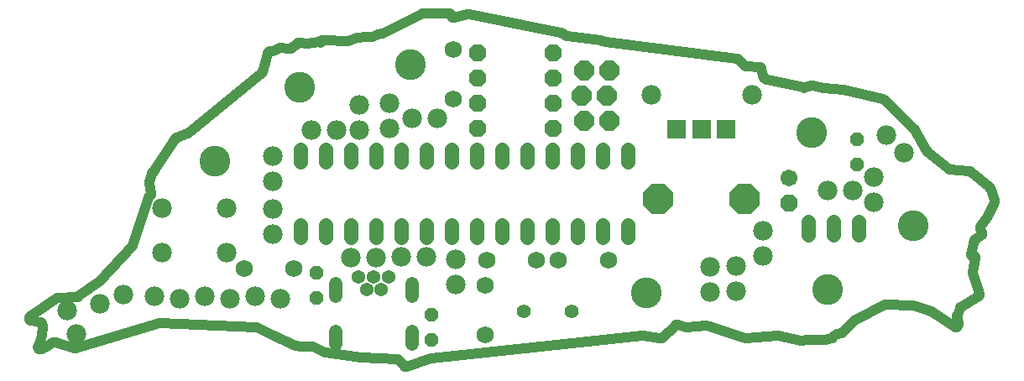
<source format=gbs>
G75*
%MOIN*%
%OFA0B0*%
%FSLAX25Y25*%
%IPPOS*%
%LPD*%
%AMOC8*
5,1,8,0,0,1.08239X$1,22.5*
%
%ADD10C,0.03937*%
%ADD11C,0.01600*%
%ADD12C,0.06900*%
%ADD13OC8,0.07800*%
%ADD14C,0.07800*%
%ADD15C,0.05600*%
%ADD16C,0.05600*%
%ADD17C,0.12211*%
%ADD18R,0.07800X0.07800*%
%ADD19OC8,0.12211*%
%ADD20OC8,0.06700*%
%ADD21C,0.06700*%
%ADD22OC8,0.05600*%
%ADD23C,0.05400*%
%ADD24C,0.05400*%
D10*
X0010938Y0035616D02*
X0012395Y0036356D01*
X0015428Y0038243D01*
X0016238Y0038353D02*
X0023951Y0036090D01*
X0024515Y0036091D02*
X0057713Y0045895D01*
X0058038Y0045935D02*
X0095830Y0044378D01*
X0096227Y0044278D02*
X0102228Y0041358D01*
X0111809Y0036942D01*
X0112081Y0036861D02*
X0113708Y0036619D01*
X0118351Y0036707D01*
X0118819Y0036601D02*
X0123321Y0034334D01*
X0123629Y0034238D02*
X0137805Y0032210D01*
X0137908Y0032200D02*
X0151907Y0031666D01*
X0152600Y0031348D02*
X0154926Y0028854D01*
X0154927Y0028854D02*
X0154970Y0028811D01*
X0155015Y0028770D01*
X0155063Y0028732D01*
X0155113Y0028697D01*
X0155166Y0028666D01*
X0155220Y0028637D01*
X0155275Y0028612D01*
X0155333Y0028590D01*
X0155391Y0028572D01*
X0155450Y0028558D01*
X0155510Y0028547D01*
X0155571Y0028540D01*
X0155632Y0028536D01*
X0155693Y0028537D01*
X0155754Y0028541D01*
X0155815Y0028548D01*
X0155875Y0028560D01*
X0155934Y0028575D01*
X0155992Y0028593D01*
X0155992Y0028594D02*
X0165462Y0031949D01*
X0165688Y0032001D02*
X0249477Y0041090D01*
X0249763Y0041080D02*
X0256474Y0039869D01*
X0257327Y0040115D02*
X0262684Y0045024D01*
X0263656Y0045242D02*
X0266788Y0044269D01*
X0267172Y0044227D02*
X0274544Y0044867D01*
X0274927Y0044825D02*
X0290420Y0040022D01*
X0290801Y0039981D02*
X0302917Y0041015D01*
X0303214Y0040996D02*
X0312530Y0038973D01*
X0312727Y0038873D02*
X0314828Y0039139D01*
X0314942Y0039147D02*
X0321732Y0039221D01*
X0321986Y0039256D02*
X0324632Y0039981D01*
X0325128Y0040295D02*
X0325370Y0040578D01*
X0325512Y0040714D02*
X0326727Y0041670D01*
X0326726Y0041670D02*
X0326739Y0041640D01*
X0326755Y0041611D01*
X0326775Y0041585D01*
X0326797Y0041561D01*
X0326822Y0041539D01*
X0326849Y0041521D01*
X0326878Y0041506D01*
X0326909Y0041494D01*
X0326940Y0041486D01*
X0326973Y0041481D01*
X0327006Y0041480D01*
X0327038Y0041483D01*
X0327071Y0041490D01*
X0328395Y0041840D01*
X0328838Y0042091D02*
X0334083Y0047210D01*
X0334318Y0047380D02*
X0345641Y0053316D01*
X0346136Y0053430D02*
X0356666Y0053100D01*
X0356959Y0053046D02*
X0364414Y0050483D01*
X0364644Y0050370D02*
X0373362Y0044565D01*
X0373363Y0044565D02*
X0373415Y0044532D01*
X0373469Y0044503D01*
X0373524Y0044477D01*
X0373581Y0044455D01*
X0373639Y0044436D01*
X0373699Y0044421D01*
X0373759Y0044410D01*
X0373820Y0044402D01*
X0373881Y0044398D01*
X0373942Y0044397D01*
X0374003Y0044401D01*
X0374064Y0044408D01*
X0374124Y0044419D01*
X0374184Y0044433D01*
X0374242Y0044451D01*
X0374299Y0044473D01*
X0374355Y0044498D01*
X0374409Y0044527D01*
X0374462Y0044558D01*
X0374512Y0044593D01*
X0374560Y0044631D01*
X0374606Y0044672D01*
X0374649Y0044715D01*
X0374689Y0044761D01*
X0374727Y0044810D01*
X0374761Y0044861D01*
X0374792Y0044913D01*
X0374820Y0044968D01*
X0374845Y0045024D01*
X0374866Y0045081D01*
X0374883Y0045140D01*
X0374993Y0045555D01*
X0375008Y0046005D02*
X0374506Y0048562D01*
X0374546Y0049091D02*
X0375540Y0051873D01*
X0375963Y0052391D02*
X0382873Y0056592D01*
X0382924Y0056624D01*
X0382972Y0056660D01*
X0383018Y0056699D01*
X0383062Y0056740D01*
X0383103Y0056784D01*
X0383142Y0056830D01*
X0383178Y0056879D01*
X0383210Y0056929D01*
X0383240Y0056982D01*
X0383266Y0057036D01*
X0383289Y0057091D01*
X0383309Y0057148D01*
X0383325Y0057206D01*
X0383338Y0057265D01*
X0383347Y0057325D01*
X0383352Y0057385D01*
X0383354Y0057445D01*
X0383352Y0057505D01*
X0383347Y0057565D01*
X0383338Y0057624D01*
X0383325Y0057683D01*
X0383309Y0057741D01*
X0383309Y0057742D02*
X0380792Y0065888D01*
X0380763Y0066359D02*
X0381702Y0071624D01*
X0381701Y0071623D02*
X0381711Y0071686D01*
X0381716Y0071748D01*
X0381717Y0071811D01*
X0381714Y0071873D01*
X0381708Y0071936D01*
X0381697Y0071998D01*
X0381683Y0072059D01*
X0381665Y0072119D01*
X0381643Y0072177D01*
X0381617Y0072235D01*
X0381588Y0072290D01*
X0381555Y0072344D01*
X0381520Y0072395D01*
X0381481Y0072445D01*
X0381439Y0072491D01*
X0381394Y0072535D01*
X0381346Y0072576D01*
X0381296Y0072614D01*
X0381244Y0072649D01*
X0381190Y0072680D01*
X0381134Y0072708D01*
X0381076Y0072732D01*
X0381017Y0072753D01*
X0380956Y0072770D01*
X0380895Y0072783D01*
X0380833Y0072792D01*
X0380770Y0072798D01*
X0380708Y0072799D01*
X0380645Y0072796D01*
X0380583Y0072790D01*
X0380521Y0072780D01*
X0380521Y0072779D02*
X0380486Y0072774D01*
X0380450Y0072772D01*
X0380414Y0072774D01*
X0380378Y0072780D01*
X0380343Y0072789D01*
X0380309Y0072801D01*
X0380277Y0072817D01*
X0380246Y0072836D01*
X0380217Y0072858D01*
X0380191Y0072883D01*
X0380168Y0072911D01*
X0380147Y0072940D01*
X0380129Y0072972D01*
X0380115Y0073005D01*
X0380104Y0073039D01*
X0380096Y0073074D01*
X0380093Y0073110D01*
X0380092Y0073146D01*
X0380096Y0073182D01*
X0380103Y0073218D01*
X0381512Y0078872D01*
X0381920Y0079457D02*
X0383965Y0080846D01*
X0384015Y0080882D01*
X0384063Y0080922D01*
X0384109Y0080964D01*
X0384151Y0081010D01*
X0384191Y0081058D01*
X0384228Y0081108D01*
X0384262Y0081160D01*
X0384292Y0081215D01*
X0384319Y0081271D01*
X0384342Y0081329D01*
X0384361Y0081388D01*
X0384377Y0081448D01*
X0384389Y0081509D01*
X0384398Y0081571D01*
X0384402Y0081633D01*
X0384403Y0081695D01*
X0384399Y0081757D01*
X0384392Y0081819D01*
X0384381Y0081880D01*
X0384366Y0081941D01*
X0384348Y0082000D01*
X0384326Y0082058D01*
X0384300Y0082115D01*
X0383690Y0083353D01*
X0383665Y0083409D01*
X0383642Y0083467D01*
X0383624Y0083525D01*
X0383609Y0083585D01*
X0383598Y0083646D01*
X0383591Y0083707D01*
X0383587Y0083769D01*
X0383588Y0083830D01*
X0383592Y0083892D01*
X0383600Y0083953D01*
X0383611Y0084013D01*
X0383626Y0084073D01*
X0383645Y0084132D01*
X0383668Y0084189D01*
X0383694Y0084245D01*
X0383723Y0084299D01*
X0383756Y0084351D01*
X0383792Y0084401D01*
X0383792Y0084402D02*
X0386748Y0088278D01*
X0389425Y0094058D01*
X0389449Y0094843D02*
X0387598Y0099573D01*
X0387297Y0099985D02*
X0379945Y0105943D01*
X0379419Y0106160D02*
X0371652Y0106974D01*
X0371131Y0107188D02*
X0362749Y0113905D01*
X0362506Y0114189D02*
X0357684Y0122633D01*
X0357516Y0122850D02*
X0345598Y0134565D01*
X0345139Y0134822D02*
X0329479Y0138722D01*
X0329289Y0138750D02*
X0321570Y0139150D01*
X0321247Y0139222D02*
X0319932Y0139754D01*
X0317071Y0140226D01*
X0316643Y0140203D02*
X0314057Y0139492D01*
X0313573Y0139481D02*
X0298931Y0142758D01*
X0298575Y0142914D02*
X0297882Y0143400D01*
X0297493Y0143948D02*
X0296622Y0147036D01*
X0296621Y0147036D02*
X0296603Y0147094D01*
X0296582Y0147151D01*
X0296557Y0147206D01*
X0296528Y0147259D01*
X0296497Y0147311D01*
X0296462Y0147361D01*
X0296425Y0147408D01*
X0296384Y0147454D01*
X0296341Y0147496D01*
X0296296Y0147536D01*
X0296248Y0147573D01*
X0296198Y0147607D01*
X0296146Y0147639D01*
X0296092Y0147666D01*
X0296037Y0147691D01*
X0295980Y0147712D01*
X0295922Y0147730D01*
X0295863Y0147744D01*
X0295803Y0147755D01*
X0295743Y0147761D01*
X0295683Y0147765D01*
X0291046Y0147874D01*
X0290492Y0148057D02*
X0289356Y0148861D01*
X0287648Y0150674D01*
X0287050Y0150980D02*
X0234996Y0157775D01*
X0233808Y0158022D01*
X0233356Y0158114D01*
X0233111Y0158155D01*
X0219808Y0159840D01*
X0219463Y0159950D02*
X0217229Y0161142D01*
X0216957Y0161240D02*
X0180604Y0168610D01*
X0180174Y0168602D02*
X0174831Y0167331D01*
X0174832Y0167331D02*
X0174772Y0167319D01*
X0174711Y0167310D01*
X0174651Y0167305D01*
X0174590Y0167304D01*
X0174529Y0167307D01*
X0174468Y0167313D01*
X0174408Y0167323D01*
X0174349Y0167336D01*
X0174290Y0167353D01*
X0174233Y0167374D01*
X0174177Y0167398D01*
X0174122Y0167426D01*
X0174070Y0167456D01*
X0174019Y0167490D01*
X0173970Y0167527D01*
X0173924Y0167567D01*
X0173881Y0167609D01*
X0173840Y0167655D01*
X0173801Y0167702D01*
X0173766Y0167752D01*
X0173734Y0167804D01*
X0173705Y0167857D01*
X0173680Y0167913D01*
X0173658Y0167970D01*
X0173639Y0168028D01*
X0173639Y0168027D02*
X0173614Y0168114D01*
X0173613Y0168114D02*
X0173594Y0168173D01*
X0173572Y0168230D01*
X0173546Y0168286D01*
X0173517Y0168340D01*
X0173484Y0168392D01*
X0173449Y0168442D01*
X0173410Y0168490D01*
X0173369Y0168536D01*
X0173324Y0168578D01*
X0173278Y0168618D01*
X0173228Y0168655D01*
X0173177Y0168689D01*
X0173124Y0168720D01*
X0173069Y0168747D01*
X0173012Y0168771D01*
X0172954Y0168791D01*
X0172895Y0168808D01*
X0172835Y0168821D01*
X0172774Y0168831D01*
X0172713Y0168836D01*
X0172652Y0168838D01*
X0162111Y0168833D01*
X0161659Y0168725D02*
X0146351Y0160964D01*
X0145955Y0160858D02*
X0144207Y0160760D01*
X0142460Y0159653D01*
X0141901Y0159498D02*
X0140845Y0159522D01*
X0139613Y0159608D01*
X0136227Y0159336D01*
X0135930Y0159265D02*
X0132861Y0158014D01*
X0132429Y0157941D02*
X0122974Y0158455D01*
X0122177Y0158127D02*
X0121550Y0157432D01*
X0121193Y0157505D01*
X0120890Y0157519D02*
X0116351Y0157047D01*
X0113221Y0157191D01*
X0112639Y0157036D02*
X0111724Y0156454D01*
X0110759Y0155660D01*
X0110737Y0155642D02*
X0109907Y0154999D01*
X0109907Y0154998D02*
X0109904Y0154997D01*
X0109900Y0154997D01*
X0109901Y0154998D02*
X0109233Y0154928D01*
X0105362Y0155130D01*
X0104906Y0155046D02*
X0102773Y0154104D01*
X0102577Y0154041D02*
X0101480Y0153807D01*
X0101421Y0153793D01*
X0101364Y0153775D01*
X0101308Y0153754D01*
X0101253Y0153730D01*
X0101200Y0153702D01*
X0101149Y0153671D01*
X0101100Y0153638D01*
X0101052Y0153601D01*
X0101007Y0153561D01*
X0100965Y0153519D01*
X0100924Y0153475D01*
X0100887Y0153428D01*
X0100853Y0153379D01*
X0100821Y0153328D01*
X0100793Y0153275D01*
X0100768Y0153221D01*
X0100746Y0153165D01*
X0100728Y0153108D01*
X0098596Y0145773D01*
X0098270Y0145280D02*
X0069063Y0121311D01*
X0068767Y0121143D02*
X0064550Y0119627D01*
X0064058Y0119243D02*
X0054898Y0105600D01*
X0054764Y0105306D02*
X0053811Y0101814D01*
X0053792Y0101370D02*
X0054468Y0097687D01*
X0054201Y0096808D02*
X0053556Y0096147D01*
X0053322Y0095761D02*
X0047177Y0077080D01*
X0046965Y0076717D02*
X0034186Y0062741D01*
X0034022Y0062597D02*
X0025306Y0056490D01*
X0024781Y0056311D02*
X0017594Y0055963D01*
X0017087Y0055796D02*
X0006467Y0048693D01*
X0006417Y0048657D01*
X0006369Y0048618D01*
X0006323Y0048576D01*
X0006280Y0048531D01*
X0006240Y0048484D01*
X0006203Y0048435D01*
X0006169Y0048383D01*
X0006139Y0048329D01*
X0006111Y0048273D01*
X0006088Y0048216D01*
X0006068Y0048157D01*
X0006051Y0048098D01*
X0006038Y0048037D01*
X0006029Y0047976D01*
X0006024Y0047914D01*
X0006023Y0047852D01*
X0006026Y0047790D01*
X0006032Y0047729D01*
X0006042Y0047667D01*
X0006056Y0047607D01*
X0006074Y0047548D01*
X0006095Y0047490D01*
X0006120Y0047433D01*
X0006148Y0047378D01*
X0006180Y0047325D01*
X0006215Y0047273D01*
X0006253Y0047224D01*
X0006294Y0047178D01*
X0006337Y0047134D01*
X0006384Y0047093D01*
X0006433Y0047055D01*
X0006484Y0047020D01*
X0006537Y0046988D01*
X0006592Y0046960D01*
X0006649Y0046935D01*
X0006707Y0046913D01*
X0006766Y0046896D01*
X0006826Y0046882D01*
X0006887Y0046871D01*
X0010068Y0046436D01*
X0010126Y0046426D01*
X0010185Y0046413D01*
X0010242Y0046396D01*
X0010298Y0046376D01*
X0010353Y0046352D01*
X0010406Y0046325D01*
X0010458Y0046296D01*
X0010508Y0046263D01*
X0010555Y0046227D01*
X0010601Y0046188D01*
X0010644Y0046147D01*
X0010685Y0046103D01*
X0010723Y0046057D01*
X0010758Y0046009D01*
X0010790Y0045959D01*
X0010819Y0045907D01*
X0010845Y0045853D01*
X0010868Y0045798D01*
X0011232Y0044830D01*
X0011292Y0044375D02*
X0010967Y0041214D01*
X0010921Y0041002D02*
X0009536Y0036822D01*
X0009518Y0036762D01*
X0009504Y0036702D01*
X0009494Y0036640D01*
X0009488Y0036579D01*
X0009485Y0036517D01*
X0009486Y0036454D01*
X0009492Y0036393D01*
X0009501Y0036331D01*
X0009513Y0036270D01*
X0009530Y0036210D01*
X0009550Y0036152D01*
X0009574Y0036094D01*
X0009601Y0036039D01*
X0009632Y0035985D01*
X0009666Y0035933D01*
X0009704Y0035883D01*
X0009744Y0035836D01*
X0009787Y0035791D01*
X0009833Y0035749D01*
X0009881Y0035710D01*
X0009932Y0035674D01*
X0009985Y0035641D01*
X0010039Y0035612D01*
X0010096Y0035586D01*
X0010154Y0035564D01*
X0010213Y0035545D01*
X0010273Y0035530D01*
X0010334Y0035518D01*
X0010396Y0035511D01*
X0010458Y0035507D01*
X0010520Y0035508D01*
X0010582Y0035512D01*
X0010644Y0035520D01*
X0010705Y0035531D01*
X0010765Y0035547D01*
X0010824Y0035566D01*
X0010882Y0035589D01*
X0010938Y0035615D01*
X0015428Y0038243D02*
X0015480Y0038273D01*
X0015533Y0038300D01*
X0015589Y0038324D01*
X0015645Y0038344D01*
X0015703Y0038361D01*
X0015762Y0038375D01*
X0015821Y0038385D01*
X0015881Y0038391D01*
X0015941Y0038394D01*
X0016001Y0038393D01*
X0016061Y0038388D01*
X0016120Y0038380D01*
X0016179Y0038369D01*
X0016238Y0038354D01*
X0010921Y0041002D02*
X0010937Y0041054D01*
X0010950Y0041107D01*
X0010960Y0041161D01*
X0010967Y0041215D01*
X0011292Y0044376D02*
X0011296Y0044434D01*
X0011297Y0044491D01*
X0011294Y0044549D01*
X0011289Y0044607D01*
X0011280Y0044664D01*
X0011267Y0044720D01*
X0011252Y0044776D01*
X0011233Y0044831D01*
X0023950Y0036090D02*
X0024006Y0036076D01*
X0024062Y0036065D01*
X0024119Y0036056D01*
X0024176Y0036052D01*
X0024233Y0036050D01*
X0024290Y0036052D01*
X0024347Y0036057D01*
X0024404Y0036065D01*
X0024460Y0036076D01*
X0024515Y0036091D01*
X0057713Y0045895D02*
X0057766Y0045909D01*
X0057819Y0045920D01*
X0057873Y0045928D01*
X0057928Y0045934D01*
X0057982Y0045936D01*
X0058037Y0045935D01*
X0025306Y0056490D02*
X0025253Y0056456D01*
X0025199Y0056425D01*
X0025143Y0056397D01*
X0025085Y0056373D01*
X0025026Y0056353D01*
X0024966Y0056337D01*
X0024904Y0056324D01*
X0024843Y0056315D01*
X0024780Y0056310D01*
X0017595Y0055964D02*
X0017535Y0055959D01*
X0017475Y0055951D01*
X0017416Y0055939D01*
X0017358Y0055924D01*
X0017301Y0055905D01*
X0017245Y0055882D01*
X0017191Y0055857D01*
X0017138Y0055828D01*
X0017087Y0055796D01*
X0034022Y0062597D02*
X0034066Y0062630D01*
X0034108Y0062665D01*
X0034148Y0062702D01*
X0034186Y0062741D01*
X0046965Y0076717D02*
X0047004Y0076763D01*
X0047041Y0076811D01*
X0047075Y0076861D01*
X0047105Y0076913D01*
X0047132Y0076967D01*
X0047156Y0077023D01*
X0047177Y0077080D01*
X0053322Y0095761D02*
X0053341Y0095815D01*
X0053364Y0095867D01*
X0053389Y0095918D01*
X0053417Y0095968D01*
X0053448Y0096015D01*
X0053481Y0096061D01*
X0053517Y0096105D01*
X0053556Y0096147D01*
X0054201Y0096808D02*
X0054241Y0096852D01*
X0054279Y0096898D01*
X0054314Y0096946D01*
X0054346Y0096997D01*
X0054375Y0097049D01*
X0054400Y0097103D01*
X0054423Y0097158D01*
X0054442Y0097215D01*
X0054457Y0097272D01*
X0054470Y0097331D01*
X0054478Y0097390D01*
X0054483Y0097449D01*
X0054485Y0097509D01*
X0054483Y0097568D01*
X0054478Y0097628D01*
X0054469Y0097687D01*
X0053791Y0101370D02*
X0053783Y0101426D01*
X0053777Y0101481D01*
X0053775Y0101537D01*
X0053776Y0101593D01*
X0053780Y0101649D01*
X0053787Y0101705D01*
X0053797Y0101760D01*
X0053810Y0101814D01*
X0054764Y0105305D02*
X0054780Y0105357D01*
X0054798Y0105408D01*
X0054820Y0105458D01*
X0054843Y0105506D01*
X0054870Y0105554D01*
X0054899Y0105599D01*
X0064058Y0119243D02*
X0064091Y0119290D01*
X0064127Y0119335D01*
X0064166Y0119378D01*
X0064207Y0119418D01*
X0064251Y0119456D01*
X0064296Y0119492D01*
X0064343Y0119525D01*
X0064393Y0119555D01*
X0064444Y0119582D01*
X0064496Y0119606D01*
X0064550Y0119627D01*
X0068767Y0121143D02*
X0068820Y0121164D01*
X0068872Y0121188D01*
X0068923Y0121214D01*
X0068971Y0121244D01*
X0069018Y0121276D01*
X0069063Y0121311D01*
X0098270Y0145280D02*
X0098316Y0145319D01*
X0098358Y0145362D01*
X0098399Y0145406D01*
X0098436Y0145453D01*
X0098471Y0145502D01*
X0098502Y0145553D01*
X0098531Y0145606D01*
X0098556Y0145661D01*
X0098578Y0145717D01*
X0098596Y0145774D01*
X0102577Y0154041D02*
X0102627Y0154053D01*
X0102677Y0154068D01*
X0102725Y0154085D01*
X0102773Y0154104D01*
X0104906Y0155046D02*
X0104960Y0155068D01*
X0105015Y0155087D01*
X0105072Y0155102D01*
X0105129Y0155115D01*
X0105187Y0155123D01*
X0105245Y0155129D01*
X0105304Y0155131D01*
X0105362Y0155130D01*
X0110737Y0155643D02*
X0110759Y0155661D01*
X0112638Y0157036D02*
X0112691Y0157067D01*
X0112746Y0157095D01*
X0112802Y0157120D01*
X0112859Y0157141D01*
X0112918Y0157158D01*
X0112977Y0157172D01*
X0113038Y0157183D01*
X0113099Y0157189D01*
X0113160Y0157192D01*
X0113221Y0157191D01*
X0120890Y0157520D02*
X0120950Y0157524D01*
X0121011Y0157525D01*
X0121072Y0157522D01*
X0121132Y0157515D01*
X0121192Y0157505D01*
X0122177Y0158127D02*
X0122219Y0158170D01*
X0122262Y0158210D01*
X0122308Y0158248D01*
X0122356Y0158283D01*
X0122406Y0158315D01*
X0122458Y0158344D01*
X0122511Y0158370D01*
X0122566Y0158392D01*
X0122622Y0158412D01*
X0122680Y0158428D01*
X0122738Y0158440D01*
X0122796Y0158449D01*
X0122856Y0158455D01*
X0122915Y0158457D01*
X0122974Y0158456D01*
X0132430Y0157941D02*
X0132485Y0157940D01*
X0132540Y0157942D01*
X0132595Y0157946D01*
X0132650Y0157954D01*
X0132704Y0157964D01*
X0132757Y0157978D01*
X0132810Y0157995D01*
X0132862Y0158014D01*
X0135929Y0159266D02*
X0135987Y0159287D01*
X0136046Y0159305D01*
X0136105Y0159319D01*
X0136166Y0159330D01*
X0136227Y0159337D01*
X0141902Y0159498D02*
X0141961Y0159499D01*
X0142019Y0159502D01*
X0142078Y0159510D01*
X0142136Y0159520D01*
X0142193Y0159534D01*
X0142249Y0159552D01*
X0142304Y0159573D01*
X0142358Y0159596D01*
X0142410Y0159623D01*
X0142460Y0159653D01*
X0145955Y0160858D02*
X0146013Y0160863D01*
X0146072Y0160871D01*
X0146130Y0160883D01*
X0146187Y0160898D01*
X0146243Y0160917D01*
X0146298Y0160939D01*
X0146351Y0160964D01*
X0161659Y0168725D02*
X0161712Y0168750D01*
X0161766Y0168772D01*
X0161822Y0168790D01*
X0161878Y0168806D01*
X0161936Y0168818D01*
X0161994Y0168826D01*
X0162052Y0168831D01*
X0162111Y0168833D01*
X0180174Y0168603D02*
X0180235Y0168615D01*
X0180296Y0168624D01*
X0180358Y0168629D01*
X0180420Y0168630D01*
X0180482Y0168627D01*
X0180544Y0168620D01*
X0180605Y0168610D01*
X0216957Y0161240D02*
X0217013Y0161227D01*
X0217069Y0161210D01*
X0217123Y0161191D01*
X0217177Y0161168D01*
X0217229Y0161142D01*
X0219462Y0159950D02*
X0219517Y0159923D01*
X0219573Y0159899D01*
X0219630Y0159879D01*
X0219688Y0159862D01*
X0219747Y0159849D01*
X0219807Y0159840D01*
X0287049Y0150980D02*
X0287111Y0150970D01*
X0287172Y0150956D01*
X0287232Y0150938D01*
X0287290Y0150917D01*
X0287347Y0150892D01*
X0287403Y0150864D01*
X0287456Y0150832D01*
X0287508Y0150797D01*
X0287557Y0150759D01*
X0287604Y0150718D01*
X0287648Y0150674D01*
X0290491Y0148058D02*
X0290541Y0148025D01*
X0290592Y0147995D01*
X0290645Y0147968D01*
X0290699Y0147945D01*
X0290755Y0147925D01*
X0290812Y0147908D01*
X0290869Y0147894D01*
X0290927Y0147884D01*
X0290986Y0147877D01*
X0291045Y0147874D01*
X0297493Y0143948D02*
X0297511Y0143888D01*
X0297534Y0143830D01*
X0297560Y0143774D01*
X0297589Y0143719D01*
X0297622Y0143666D01*
X0297658Y0143615D01*
X0297697Y0143566D01*
X0297739Y0143521D01*
X0297784Y0143477D01*
X0297832Y0143437D01*
X0297882Y0143400D01*
X0298576Y0142915D02*
X0298622Y0142884D01*
X0298670Y0142856D01*
X0298720Y0142831D01*
X0298771Y0142808D01*
X0298823Y0142789D01*
X0298877Y0142772D01*
X0298931Y0142758D01*
X0313574Y0139480D02*
X0313634Y0139469D01*
X0313694Y0139461D01*
X0313755Y0139457D01*
X0313816Y0139456D01*
X0313877Y0139460D01*
X0313938Y0139467D01*
X0313998Y0139477D01*
X0314057Y0139492D01*
X0316643Y0140203D02*
X0316703Y0140218D01*
X0316764Y0140229D01*
X0316825Y0140236D01*
X0316886Y0140239D01*
X0316948Y0140238D01*
X0317010Y0140234D01*
X0317071Y0140226D01*
X0321247Y0139222D02*
X0321299Y0139203D01*
X0321352Y0139186D01*
X0321406Y0139173D01*
X0321460Y0139162D01*
X0321515Y0139155D01*
X0321570Y0139150D01*
X0329290Y0138751D02*
X0329338Y0138747D01*
X0329385Y0138741D01*
X0329433Y0138733D01*
X0329480Y0138722D01*
X0345139Y0134822D02*
X0345196Y0134806D01*
X0345252Y0134787D01*
X0345306Y0134764D01*
X0345360Y0134739D01*
X0345411Y0134710D01*
X0345461Y0134678D01*
X0345509Y0134643D01*
X0345555Y0134605D01*
X0345598Y0134565D01*
X0357516Y0122850D02*
X0357554Y0122811D01*
X0357590Y0122769D01*
X0357624Y0122725D01*
X0357655Y0122680D01*
X0357683Y0122633D01*
X0362507Y0114189D02*
X0362539Y0114136D01*
X0362576Y0114084D01*
X0362615Y0114035D01*
X0362657Y0113989D01*
X0362702Y0113945D01*
X0362750Y0113905D01*
X0371131Y0107188D02*
X0371176Y0107153D01*
X0371224Y0107121D01*
X0371273Y0107092D01*
X0371324Y0107066D01*
X0371376Y0107043D01*
X0371429Y0107023D01*
X0371484Y0107006D01*
X0371539Y0106992D01*
X0371595Y0106981D01*
X0371652Y0106973D01*
X0379419Y0106161D02*
X0379476Y0106153D01*
X0379533Y0106142D01*
X0379589Y0106128D01*
X0379644Y0106110D01*
X0379698Y0106090D01*
X0379750Y0106066D01*
X0379801Y0106040D01*
X0379851Y0106010D01*
X0379899Y0105978D01*
X0379945Y0105943D01*
X0387297Y0099985D02*
X0387340Y0099948D01*
X0387381Y0099908D01*
X0387420Y0099865D01*
X0387457Y0099821D01*
X0387491Y0099775D01*
X0387522Y0099727D01*
X0387550Y0099677D01*
X0387576Y0099625D01*
X0387598Y0099572D01*
X0389449Y0094842D02*
X0389470Y0094784D01*
X0389487Y0094724D01*
X0389501Y0094664D01*
X0389510Y0094602D01*
X0389516Y0094541D01*
X0389518Y0094479D01*
X0389516Y0094417D01*
X0389510Y0094355D01*
X0389501Y0094294D01*
X0389488Y0094233D01*
X0389470Y0094173D01*
X0389450Y0094115D01*
X0389425Y0094058D01*
X0381920Y0079457D02*
X0381871Y0079422D01*
X0381824Y0079383D01*
X0381779Y0079342D01*
X0381737Y0079298D01*
X0381698Y0079251D01*
X0381662Y0079202D01*
X0381629Y0079151D01*
X0381599Y0079098D01*
X0381572Y0079044D01*
X0381548Y0078988D01*
X0381528Y0078930D01*
X0381512Y0078872D01*
X0380763Y0066359D02*
X0380754Y0066300D01*
X0380749Y0066240D01*
X0380747Y0066181D01*
X0380749Y0066121D01*
X0380754Y0066062D01*
X0380763Y0066003D01*
X0380776Y0065945D01*
X0380792Y0065888D01*
X0375963Y0052390D02*
X0375911Y0052357D01*
X0375861Y0052320D01*
X0375814Y0052280D01*
X0375769Y0052237D01*
X0375727Y0052192D01*
X0375688Y0052144D01*
X0375652Y0052093D01*
X0375619Y0052041D01*
X0375589Y0051986D01*
X0375563Y0051930D01*
X0375540Y0051873D01*
X0374545Y0049091D02*
X0374527Y0049034D01*
X0374512Y0048976D01*
X0374500Y0048918D01*
X0374492Y0048858D01*
X0374488Y0048799D01*
X0374487Y0048739D01*
X0374490Y0048680D01*
X0374496Y0048620D01*
X0374506Y0048561D01*
X0375008Y0046005D02*
X0375018Y0045949D01*
X0375024Y0045892D01*
X0375027Y0045836D01*
X0375026Y0045779D01*
X0375023Y0045722D01*
X0375016Y0045666D01*
X0375006Y0045610D01*
X0374993Y0045555D01*
X0364643Y0050370D02*
X0364600Y0050398D01*
X0364555Y0050423D01*
X0364509Y0050445D01*
X0364462Y0050466D01*
X0364414Y0050484D01*
X0356959Y0053047D02*
X0356902Y0053064D01*
X0356844Y0053079D01*
X0356785Y0053090D01*
X0356725Y0053097D01*
X0356665Y0053101D01*
X0346136Y0053430D02*
X0346079Y0053430D01*
X0346022Y0053427D01*
X0345965Y0053420D01*
X0345909Y0053411D01*
X0345853Y0053398D01*
X0345799Y0053382D01*
X0345745Y0053363D01*
X0345692Y0053341D01*
X0345641Y0053316D01*
X0334318Y0047381D02*
X0334267Y0047352D01*
X0334218Y0047321D01*
X0334171Y0047287D01*
X0334126Y0047250D01*
X0334084Y0047211D01*
X0328838Y0042091D02*
X0328796Y0042053D01*
X0328752Y0042016D01*
X0328706Y0041983D01*
X0328658Y0041952D01*
X0328608Y0041923D01*
X0328557Y0041898D01*
X0328504Y0041876D01*
X0328450Y0041856D01*
X0328395Y0041840D01*
X0325512Y0040714D02*
X0325474Y0040683D01*
X0325438Y0040650D01*
X0325403Y0040615D01*
X0325370Y0040578D01*
X0325128Y0040295D02*
X0325088Y0040251D01*
X0325045Y0040209D01*
X0325000Y0040170D01*
X0324953Y0040134D01*
X0324903Y0040100D01*
X0324852Y0040070D01*
X0324799Y0040043D01*
X0324745Y0040019D01*
X0324689Y0039998D01*
X0324632Y0039980D01*
X0321985Y0039256D02*
X0321935Y0039244D01*
X0321885Y0039235D01*
X0321834Y0039227D01*
X0321783Y0039223D01*
X0321732Y0039221D01*
X0314942Y0039147D02*
X0314885Y0039145D01*
X0314828Y0039139D01*
X0312727Y0038874D02*
X0312698Y0038897D01*
X0312668Y0038918D01*
X0312635Y0038936D01*
X0312602Y0038951D01*
X0312567Y0038964D01*
X0312531Y0038973D01*
X0303214Y0040996D02*
X0303155Y0041007D01*
X0303096Y0041015D01*
X0303036Y0041018D01*
X0302977Y0041019D01*
X0302917Y0041015D01*
X0290801Y0039981D02*
X0290746Y0039977D01*
X0290691Y0039977D01*
X0290636Y0039980D01*
X0290581Y0039986D01*
X0290527Y0039995D01*
X0290473Y0040007D01*
X0290420Y0040022D01*
X0274927Y0044825D02*
X0274874Y0044840D01*
X0274820Y0044852D01*
X0274765Y0044861D01*
X0274710Y0044867D01*
X0274655Y0044870D01*
X0274600Y0044870D01*
X0274545Y0044866D01*
X0267171Y0044228D02*
X0267116Y0044224D01*
X0267061Y0044224D01*
X0267005Y0044227D01*
X0266950Y0044233D01*
X0266896Y0044242D01*
X0266842Y0044254D01*
X0266788Y0044269D01*
X0263656Y0045242D02*
X0263597Y0045258D01*
X0263537Y0045271D01*
X0263476Y0045280D01*
X0263415Y0045285D01*
X0263354Y0045287D01*
X0263292Y0045285D01*
X0263231Y0045279D01*
X0263171Y0045269D01*
X0263111Y0045256D01*
X0263052Y0045239D01*
X0262994Y0045218D01*
X0262938Y0045194D01*
X0262883Y0045166D01*
X0262830Y0045135D01*
X0262779Y0045101D01*
X0262730Y0045064D01*
X0262683Y0045024D01*
X0257327Y0040116D02*
X0257280Y0040076D01*
X0257231Y0040039D01*
X0257180Y0040005D01*
X0257127Y0039974D01*
X0257072Y0039946D01*
X0257016Y0039922D01*
X0256958Y0039901D01*
X0256899Y0039884D01*
X0256839Y0039871D01*
X0256779Y0039861D01*
X0256718Y0039855D01*
X0256656Y0039853D01*
X0256595Y0039855D01*
X0256534Y0039860D01*
X0256473Y0039869D01*
X0249763Y0041080D02*
X0249706Y0041089D01*
X0249649Y0041094D01*
X0249592Y0041096D01*
X0249534Y0041095D01*
X0249477Y0041090D01*
X0165688Y0032001D02*
X0165631Y0031993D01*
X0165574Y0031982D01*
X0165517Y0031967D01*
X0165462Y0031950D01*
X0152600Y0031348D02*
X0152558Y0031391D01*
X0152513Y0031431D01*
X0152466Y0031468D01*
X0152417Y0031503D01*
X0152365Y0031534D01*
X0152312Y0031562D01*
X0152258Y0031587D01*
X0152202Y0031609D01*
X0152144Y0031627D01*
X0152086Y0031642D01*
X0152027Y0031653D01*
X0151967Y0031661D01*
X0151907Y0031665D01*
X0137908Y0032201D02*
X0137856Y0032204D01*
X0137804Y0032210D01*
X0123629Y0034237D02*
X0123576Y0034246D01*
X0123523Y0034258D01*
X0123471Y0034273D01*
X0123420Y0034291D01*
X0123370Y0034311D01*
X0123321Y0034334D01*
X0118820Y0036601D02*
X0118765Y0036627D01*
X0118708Y0036649D01*
X0118651Y0036668D01*
X0118592Y0036683D01*
X0118532Y0036695D01*
X0118472Y0036703D01*
X0118412Y0036707D01*
X0118351Y0036708D01*
X0112080Y0036861D02*
X0112024Y0036871D01*
X0111969Y0036884D01*
X0111914Y0036900D01*
X0111861Y0036919D01*
X0111808Y0036942D01*
X0096227Y0044278D02*
X0096173Y0044302D01*
X0096118Y0044323D01*
X0096062Y0044341D01*
X0096005Y0044355D01*
X0095947Y0044366D01*
X0095889Y0044374D01*
X0095830Y0044378D01*
D11*
X0099926Y0151433D02*
X0099952Y0151562D01*
X0099981Y0151690D01*
X0100015Y0151817D01*
X0100052Y0151943D01*
X0100093Y0152068D01*
X0100138Y0152192D01*
X0100186Y0152315D01*
X0100238Y0152435D01*
X0100293Y0152555D01*
X0100352Y0152672D01*
X0100415Y0152788D01*
X0100481Y0152902D01*
X0100550Y0153014D01*
X0100623Y0153124D01*
X0100698Y0153231D01*
X0100777Y0153337D01*
X0100859Y0153439D01*
X0100944Y0153540D01*
X0101032Y0153638D01*
X0101123Y0153733D01*
X0101217Y0153825D01*
X0101313Y0153915D01*
X0101412Y0154002D01*
X0101514Y0154085D01*
X0101618Y0154166D01*
X0101724Y0154243D01*
X0101833Y0154318D01*
X0101943Y0154389D01*
X0102056Y0154457D01*
X0102171Y0154521D01*
X0102288Y0154582D01*
D12*
X0174335Y0154583D03*
X0174335Y0134897D03*
X0187801Y0070850D03*
X0207486Y0070850D03*
X0216190Y0071001D03*
X0235875Y0071001D03*
X0186933Y0060882D03*
X0186933Y0041197D03*
X0110949Y0067575D03*
X0091264Y0067575D03*
D13*
X0226231Y0126142D03*
X0236231Y0126142D03*
X0235231Y0136142D03*
X0225231Y0136142D03*
X0226231Y0146142D03*
X0236231Y0146142D03*
D14*
X0252996Y0136472D03*
X0292996Y0136472D03*
X0346397Y0120709D03*
X0353469Y0113638D03*
X0341308Y0103905D03*
X0333154Y0098677D03*
X0341308Y0093905D03*
X0323154Y0098677D03*
X0297322Y0082692D03*
X0297322Y0072692D03*
X0286850Y0068460D03*
X0276303Y0068362D03*
X0276303Y0058362D03*
X0286850Y0058460D03*
X0175394Y0061359D03*
X0175394Y0071359D03*
X0163549Y0072251D03*
X0153549Y0072251D03*
X0143632Y0071889D03*
X0133632Y0071889D03*
X0105831Y0055764D03*
X0095831Y0056764D03*
X0085831Y0055764D03*
X0075831Y0056764D03*
X0065831Y0055764D03*
X0055831Y0056764D03*
X0043497Y0057183D03*
X0034100Y0053763D03*
X0021151Y0051001D03*
X0024571Y0041604D03*
X0058621Y0073832D03*
X0084221Y0073832D03*
X0102681Y0081354D03*
X0102681Y0091354D03*
X0084221Y0091632D03*
X0102615Y0102378D03*
X0102615Y0112378D03*
X0117878Y0122693D03*
X0127878Y0122693D03*
X0136933Y0122693D03*
X0149138Y0123323D03*
X0157917Y0127417D03*
X0167917Y0127417D03*
X0149138Y0133323D03*
X0136933Y0132693D03*
X0058621Y0091632D03*
D15*
X0113737Y0085030D02*
X0113737Y0079830D01*
X0123737Y0079830D02*
X0123737Y0085030D01*
X0133737Y0085030D02*
X0133737Y0079830D01*
X0143737Y0079830D02*
X0143737Y0085030D01*
X0153737Y0085030D02*
X0153737Y0079830D01*
X0163737Y0079830D02*
X0163737Y0085030D01*
X0173737Y0085030D02*
X0173737Y0079830D01*
X0183737Y0079830D02*
X0183737Y0085030D01*
X0193737Y0085030D02*
X0193737Y0079830D01*
X0203737Y0079830D02*
X0203737Y0085030D01*
X0213737Y0085030D02*
X0213737Y0079830D01*
X0223737Y0079830D02*
X0223737Y0085030D01*
X0233737Y0085030D02*
X0233737Y0079830D01*
X0243737Y0079830D02*
X0243737Y0085030D01*
X0243737Y0109830D02*
X0243737Y0115030D01*
X0233737Y0115030D02*
X0233737Y0109830D01*
X0223737Y0109830D02*
X0223737Y0115030D01*
X0213737Y0115030D02*
X0213737Y0109830D01*
X0203737Y0109830D02*
X0203737Y0115030D01*
X0193737Y0115030D02*
X0193737Y0109830D01*
X0183737Y0109830D02*
X0183737Y0115030D01*
X0173737Y0115030D02*
X0173737Y0109830D01*
X0163737Y0109830D02*
X0163737Y0115030D01*
X0153737Y0115030D02*
X0153737Y0109830D01*
X0143737Y0109830D02*
X0143737Y0115030D01*
X0133737Y0115030D02*
X0133737Y0109830D01*
X0123737Y0109830D02*
X0123737Y0115030D01*
X0113737Y0115030D02*
X0113737Y0109830D01*
X0315372Y0086240D02*
X0315372Y0081040D01*
X0325372Y0081040D02*
X0325372Y0086240D01*
X0335372Y0086240D02*
X0335372Y0081040D01*
D16*
X0221385Y0050661D03*
X0202385Y0050661D03*
D17*
X0251085Y0057836D03*
X0322950Y0059247D03*
X0356917Y0084517D03*
X0316758Y0121746D03*
X0157263Y0148595D03*
X0113428Y0139644D03*
X0079780Y0110331D03*
D18*
X0263034Y0122977D03*
X0272877Y0122977D03*
X0282719Y0122977D03*
D19*
X0290199Y0095418D03*
X0255554Y0095418D03*
D20*
X0307799Y0093677D03*
X0214042Y0123195D03*
X0214042Y0133195D03*
X0214042Y0143195D03*
X0214042Y0153195D03*
X0184042Y0153195D03*
X0184042Y0143195D03*
X0184042Y0133195D03*
X0184042Y0123195D03*
D21*
X0307799Y0103677D03*
D22*
X0334571Y0109031D03*
X0334571Y0119031D03*
X0165673Y0049346D03*
X0165673Y0039346D03*
X0120004Y0055882D03*
X0120004Y0065882D03*
D23*
X0127681Y0061744D02*
X0127681Y0056744D01*
X0127681Y0042744D02*
X0127681Y0037744D01*
X0157996Y0037744D02*
X0157996Y0042744D01*
X0157996Y0056744D02*
X0157996Y0061744D01*
D24*
X0148839Y0064244D03*
X0142839Y0064244D03*
X0145791Y0059244D03*
X0139886Y0059244D03*
X0136839Y0064244D03*
M02*

</source>
